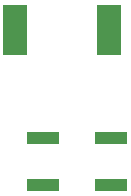
<source format=gtp>
%TF.GenerationSoftware,KiCad,Pcbnew,(5.1.8)-1*%
%TF.CreationDate,2021-01-16T15:49:20-05:00*%
%TF.ProjectId,uratt_fp,75726174-745f-4667-902e-6b696361645f,rev?*%
%TF.SameCoordinates,Original*%
%TF.FileFunction,Paste,Top*%
%TF.FilePolarity,Positive*%
%FSLAX46Y46*%
G04 Gerber Fmt 4.6, Leading zero omitted, Abs format (unit mm)*
G04 Created by KiCad (PCBNEW (5.1.8)-1) date 2021-01-16 15:49:20*
%MOMM*%
%LPD*%
G01*
G04 APERTURE LIST*
%ADD10R,2.800000X1.000000*%
%ADD11R,2.000000X4.200000*%
G04 APERTURE END LIST*
D10*
%TO.C,SW101*%
X80370000Y-144648000D03*
X74570000Y-144648000D03*
X80370000Y-140648000D03*
X74570000Y-140648000D03*
%TD*%
D11*
%TO.C,BZ101*%
X80200000Y-131456000D03*
X72200000Y-131456000D03*
%TD*%
M02*

</source>
